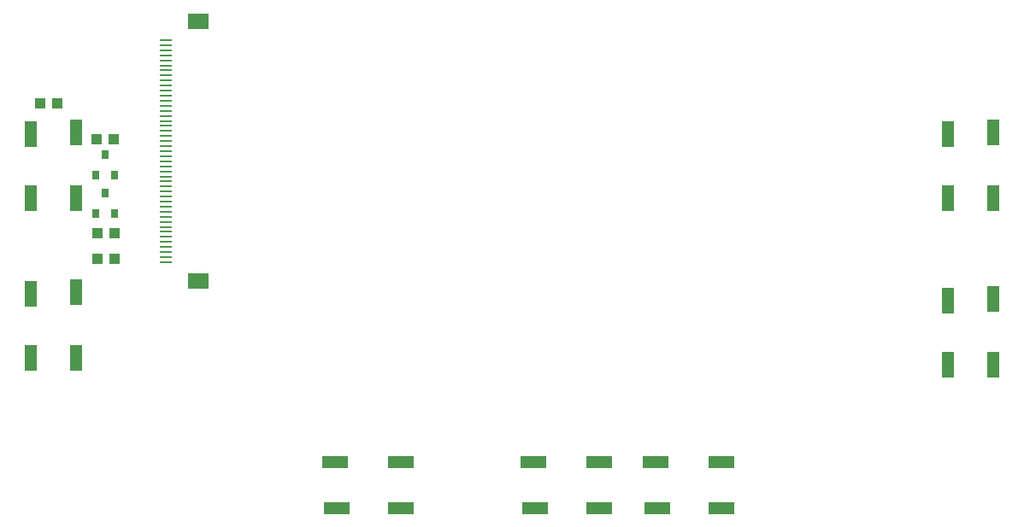
<source format=gbr>
G04 EAGLE Gerber X2 export*
%TF.Part,Single*%
%TF.FileFunction,Paste,Bot*%
%TF.FilePolarity,Positive*%
%TF.GenerationSoftware,Autodesk,EAGLE,8.7.1*%
%TF.CreationDate,2018-03-30T22:44:39Z*%
G75*
%MOMM*%
%FSLAX34Y34*%
%LPD*%
%AMOC8*
5,1,8,0,0,1.08239X$1,22.5*%
G01*
%ADD10R,1.000000X1.100000*%
%ADD11R,2.540000X1.270000*%
%ADD12R,1.270000X2.540000*%
%ADD13R,0.787400X0.889000*%
%ADD14R,1.250000X0.250000*%
%ADD15R,2.050000X1.650000*%


D10*
X187570Y575310D03*
X170570Y575310D03*
X243450Y539750D03*
X226450Y539750D03*
X227720Y447040D03*
X244720Y447040D03*
X227720Y421640D03*
X244720Y421640D03*
D11*
X724662Y219456D03*
X659638Y219456D03*
X724662Y174244D03*
X661162Y174244D03*
X845312Y219456D03*
X780288Y219456D03*
X845312Y174244D03*
X781812Y174244D03*
D12*
X1114806Y481838D03*
X1114806Y546862D03*
X1069594Y481838D03*
X1069594Y545338D03*
X206756Y481838D03*
X206756Y546862D03*
X161544Y481838D03*
X161544Y545338D03*
X1114806Y316738D03*
X1114806Y381762D03*
X1069594Y316738D03*
X1069594Y380238D03*
X206756Y323088D03*
X206756Y388112D03*
X161544Y323088D03*
X161544Y386588D03*
D11*
X527812Y219456D03*
X462788Y219456D03*
X527812Y174244D03*
X464312Y174244D03*
D13*
X244856Y504190D03*
X225552Y504190D03*
X235204Y524510D03*
X244856Y466090D03*
X225552Y466090D03*
X235204Y486410D03*
D14*
X295160Y638000D03*
X295160Y633000D03*
X295160Y628000D03*
X295160Y623000D03*
X295160Y618000D03*
X295160Y613000D03*
X295160Y608000D03*
X295160Y603000D03*
X295160Y598000D03*
X295160Y593000D03*
X295160Y588000D03*
X295160Y583000D03*
X295160Y578000D03*
X295160Y573000D03*
X295160Y568000D03*
X295160Y563000D03*
X295160Y558000D03*
X295160Y553000D03*
X295160Y548000D03*
X295160Y543000D03*
X295160Y538000D03*
X295160Y533000D03*
X295160Y528000D03*
X295160Y523000D03*
X295160Y518000D03*
X295160Y513000D03*
X295160Y508000D03*
X295160Y503000D03*
X295160Y498000D03*
X295160Y493000D03*
X295160Y488000D03*
X295160Y483000D03*
X295160Y478000D03*
X295160Y473000D03*
X295160Y468000D03*
X295160Y463000D03*
X295160Y458000D03*
X295160Y453000D03*
X295160Y448000D03*
X295160Y443000D03*
X295160Y438000D03*
X295160Y433000D03*
X295160Y428000D03*
X295160Y423000D03*
X295160Y418000D03*
D15*
X327660Y399000D03*
X327660Y657000D03*
M02*

</source>
